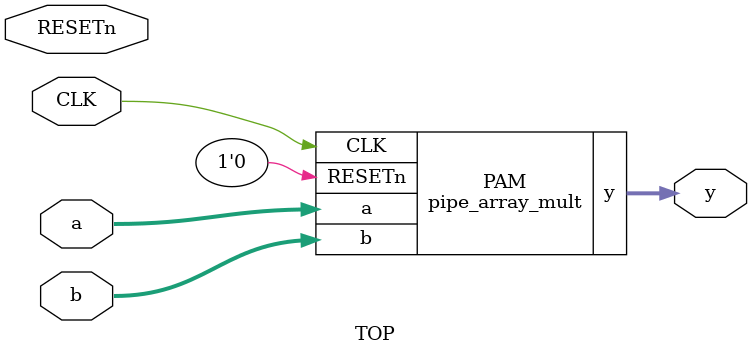
<source format=v>


module pipe_array_mult ( a, b, y, CLK, RESETn );
  input [3:0] a;
  input [3:0] b;
  output [7:0] y;
  input CLK, RESETn;
  wire   N4, N5, N6, N7, a_pipe_2__3_, a_pipe_1__3_, a_pipe_1__2_,
         a_pipe_0__3_, a_pipe_0__2_, a_pipe_0__1_, b_pipe_2__3_, b_pipe_2__2_,
         b_pipe_2__1_, b_pipe_2__0_, b_pipe_1__3_, b_pipe_1__2_, b_pipe_1__1_,
         b_pipe_1__0_, b_pipe_0__3_, b_pipe_0__2_, b_pipe_0__1_, b_pipe_0__0_,
         partials_2__6_, partials_2__5_, partials_2__4_, partials_2__3_,
         partials_1__5_, partials_1__4_, partials_1__3_, partials_1__2_,
         partials_0__3_, partials_0__2_, partials_0__1_, N12, N13, N14, N15,
         N16, N17, N24, N25, N26, N27, N28, N29, N30, N36, N37, N38, N39, N40,
         N41, N42, N43, n1, n2, n3, n4, n5, n6, n7, n8, n9, n10, n11, n12, n13,
         n14, n15, n16, n17, n18, n19, n20, n21, n22, n23, n24, n25;

  DFFX1_RVT a_pipe_reg_0__3_ ( .D(a[3]), .CLK(CLK), .Q(a_pipe_0__3_) );
  DFFX1_RVT a_pipe_reg_1__3_ ( .D(a_pipe_0__3_), .CLK(CLK), .Q(a_pipe_1__3_)
         );
  DFFX1_RVT a_pipe_reg_2__3_ ( .D(a_pipe_1__3_), .CLK(CLK), .Q(a_pipe_2__3_)
         );
  DFFX1_RVT a_pipe_reg_0__2_ ( .D(a[2]), .CLK(CLK), .Q(a_pipe_0__2_) );
  DFFX1_RVT a_pipe_reg_1__2_ ( .D(a_pipe_0__2_), .CLK(CLK), .Q(a_pipe_1__2_)
         );
  DFFX1_RVT a_pipe_reg_0__1_ ( .D(a[1]), .CLK(CLK), .Q(a_pipe_0__1_) );
  DFFX1_RVT b_pipe_reg_0__3_ ( .D(b[3]), .CLK(CLK), .Q(b_pipe_0__3_) );
  DFFX1_RVT b_pipe_reg_1__3_ ( .D(b_pipe_0__3_), .CLK(CLK), .Q(b_pipe_1__3_)
         );
  DFFX1_RVT b_pipe_reg_2__3_ ( .D(b_pipe_1__3_), .CLK(CLK), .Q(b_pipe_2__3_)
         );
  DFFX1_RVT b_pipe_reg_0__2_ ( .D(b[2]), .CLK(CLK), .Q(b_pipe_0__2_) );
  DFFX1_RVT b_pipe_reg_1__2_ ( .D(b_pipe_0__2_), .CLK(CLK), .Q(b_pipe_1__2_)
         );
  DFFX1_RVT b_pipe_reg_2__2_ ( .D(b_pipe_1__2_), .CLK(CLK), .Q(b_pipe_2__2_)
         );
  DFFX1_RVT b_pipe_reg_0__1_ ( .D(b[1]), .CLK(CLK), .Q(b_pipe_0__1_) );
  DFFX1_RVT b_pipe_reg_1__1_ ( .D(b_pipe_0__1_), .CLK(CLK), .Q(b_pipe_1__1_)
         );
  DFFX1_RVT b_pipe_reg_2__1_ ( .D(b_pipe_1__1_), .CLK(CLK), .Q(b_pipe_2__1_)
         );
  DFFX1_RVT b_pipe_reg_0__0_ ( .D(b[0]), .CLK(CLK), .Q(b_pipe_0__0_) );
  DFFX1_RVT b_pipe_reg_1__0_ ( .D(b_pipe_0__0_), .CLK(CLK), .Q(b_pipe_1__0_)
         );
  DFFX1_RVT b_pipe_reg_2__0_ ( .D(b_pipe_1__0_), .CLK(CLK), .Q(b_pipe_2__0_)
         );
  DFFX1_RVT partials_reg_3__7_ ( .D(N43), .CLK(CLK), .Q(y[7]) );
  DFFX1_RVT partials_reg_3__6_ ( .D(N42), .CLK(CLK), .Q(y[6]) );
  DFFX1_RVT partials_reg_3__5_ ( .D(N41), .CLK(CLK), .Q(y[5]) );
  DFFX1_RVT partials_reg_3__4_ ( .D(N40), .CLK(CLK), .Q(y[4]) );
  DFFX1_RVT partials_reg_3__3_ ( .D(N39), .CLK(CLK), .Q(y[3]) );
  DFFX1_RVT partials_reg_3__2_ ( .D(N38), .CLK(CLK), .Q(y[2]) );
  DFFX1_RVT partials_reg_3__1_ ( .D(N37), .CLK(CLK), .Q(y[1]) );
  DFFX1_RVT partials_reg_3__0_ ( .D(N36), .CLK(CLK), .Q(y[0]) );
  DFFX1_RVT partials_reg_2__6_ ( .D(N30), .CLK(CLK), .Q(partials_2__6_) );
  DFFX1_RVT partials_reg_2__5_ ( .D(N29), .CLK(CLK), .Q(partials_2__5_) );
  DFFX1_RVT partials_reg_2__4_ ( .D(N28), .CLK(CLK), .Q(partials_2__4_) );
  DFFX1_RVT partials_reg_2__3_ ( .D(N27), .CLK(CLK), .Q(partials_2__3_) );
  DFFX1_RVT partials_reg_2__2_ ( .D(N26), .CLK(CLK), .Q(N38) );
  DFFX1_RVT partials_reg_2__1_ ( .D(N25), .CLK(CLK), .Q(N37) );
  DFFX1_RVT partials_reg_2__0_ ( .D(N24), .CLK(CLK), .Q(N36) );
  DFFX1_RVT partials_reg_1__5_ ( .D(N17), .CLK(CLK), .Q(partials_1__5_) );
  DFFX1_RVT partials_reg_1__4_ ( .D(N16), .CLK(CLK), .Q(partials_1__4_) );
  DFFX1_RVT partials_reg_1__3_ ( .D(N15), .CLK(CLK), .Q(partials_1__3_) );
  DFFX1_RVT partials_reg_1__2_ ( .D(N14), .CLK(CLK), .Q(partials_1__2_) );
  DFFX1_RVT partials_reg_1__1_ ( .D(N13), .CLK(CLK), .Q(N25) );
  DFFX1_RVT partials_reg_1__0_ ( .D(N12), .CLK(CLK), .Q(N24) );
  DFFX1_RVT partials_reg_0__3_ ( .D(N4), .CLK(CLK), .Q(partials_0__3_) );
  DFFX1_RVT partials_reg_0__2_ ( .D(N5), .CLK(CLK), .Q(partials_0__2_) );
  DFFX1_RVT partials_reg_0__1_ ( .D(N6), .CLK(CLK), .Q(partials_0__1_) );
  DFFX1_RVT partials_reg_0__0_ ( .D(N7), .CLK(CLK), .Q(N12) );
  NAND3X0_RVT U3 ( .A1(a_pipe_0__1_), .A2(b_pipe_0__0_), .A3(partials_0__1_), 
        .Y(n20) );
  INVX0_RVT U4 ( .A(n20), .Y(n22) );
  AND2X1_RVT U5 ( .A1(a_pipe_0__1_), .A2(b_pipe_0__1_), .Y(n21) );
  AND2X1_RVT U6 ( .A1(a_pipe_0__1_), .A2(b_pipe_0__2_), .Y(n23) );
  NAND2X0_RVT U7 ( .A1(n1), .A2(b_pipe_0__3_), .Y(n25) );
  AND2X1_RVT U8 ( .A1(n25), .A2(a_pipe_0__1_), .Y(n3) );
  OR2X1_RVT U9 ( .A1(b_pipe_0__3_), .A2(n1), .Y(n2) );
  AND2X1_RVT U10 ( .A1(n3), .A2(n2), .Y(N16) );
  AND2X1_RVT U11 ( .A1(a_pipe_2__3_), .A2(b_pipe_2__3_), .Y(n6) );
  AND2X1_RVT U12 ( .A1(a_pipe_2__3_), .A2(b_pipe_2__2_), .Y(n8) );
  NAND3X0_RVT U13 ( .A1(a_pipe_2__3_), .A2(b_pipe_2__0_), .A3(partials_2__3_), 
        .Y(n18) );
  INVX0_RVT U14 ( .A(n18), .Y(n10) );
  AND2X1_RVT U15 ( .A1(a_pipe_2__3_), .A2(b_pipe_2__1_), .Y(n9) );
  NBUFFX2_RVT U16 ( .A(n4), .Y(N43) );
  FADDX1_RVT U17 ( .A(n6), .B(partials_2__6_), .CI(n5), .CO(n4), .S(N42) );
  FADDX1_RVT U18 ( .A(n8), .B(partials_2__5_), .CI(n7), .CO(n5), .S(N41) );
  FADDX1_RVT U19 ( .A(n10), .B(partials_2__4_), .CI(n9), .CO(n7), .S(N40) );
  AND2X1_RVT U20 ( .A1(a_pipe_1__2_), .A2(b_pipe_1__3_), .Y(n13) );
  AND2X1_RVT U21 ( .A1(a_pipe_1__2_), .A2(b_pipe_1__2_), .Y(n15) );
  NAND3X0_RVT U22 ( .A1(a_pipe_1__2_), .A2(b_pipe_1__0_), .A3(partials_1__2_), 
        .Y(n19) );
  INVX0_RVT U23 ( .A(n19), .Y(n17) );
  AND2X1_RVT U24 ( .A1(a_pipe_1__2_), .A2(b_pipe_1__1_), .Y(n16) );
  NBUFFX2_RVT U25 ( .A(n11), .Y(N30) );
  FADDX1_RVT U26 ( .A(n13), .B(partials_1__5_), .CI(n12), .CO(n11), .S(N29) );
  FADDX1_RVT U27 ( .A(n15), .B(partials_1__4_), .CI(n14), .CO(n12), .S(N28) );
  FADDX1_RVT U28 ( .A(n17), .B(partials_1__3_), .CI(n16), .CO(n14), .S(N27) );
  AND2X1_RVT U29 ( .A1(a[0]), .A2(b[3]), .Y(N4) );
  AND2X1_RVT U30 ( .A1(a[0]), .A2(b[2]), .Y(N5) );
  AND2X1_RVT U31 ( .A1(a[0]), .A2(b[1]), .Y(N6) );
  AND2X1_RVT U32 ( .A1(a[0]), .A2(b[0]), .Y(N7) );
  OA221X1_RVT U33 ( .A1(partials_2__3_), .A2(b_pipe_2__0_), .A3(partials_2__3_), .A4(a_pipe_2__3_), .A5(n18), .Y(N39) );
  OA221X1_RVT U34 ( .A1(partials_1__2_), .A2(b_pipe_1__0_), .A3(partials_1__2_), .A4(a_pipe_1__2_), .A5(n19), .Y(N26) );
  OA221X1_RVT U35 ( .A1(partials_0__1_), .A2(b_pipe_0__0_), .A3(partials_0__1_), .A4(a_pipe_0__1_), .A5(n20), .Y(N13) );
  FADDX1_RVT U36 ( .A(partials_0__2_), .B(n22), .CI(n21), .CO(n24), .S(N14) );
  FADDX1_RVT U37 ( .A(partials_0__3_), .B(n24), .CI(n23), .CO(n1), .S(N15) );
  INVX0_RVT U38 ( .A(n25), .Y(N17) );
endmodule


module TOP ( a, b, y, CLK, RESETn );
  input [3:0] a;
  input [3:0] b;
  output [7:0] y;
  input CLK, RESETn;


  pipe_array_mult PAM ( .a(a), .b(b), .y(y), .CLK(CLK), .RESETn(1'b0) );
endmodule


</source>
